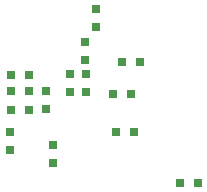
<source format=gbp>
G04*
G04 #@! TF.GenerationSoftware,Altium Limited,Altium Designer,20.0.2 (26)*
G04*
G04 Layer_Color=128*
%FSLAX24Y24*%
%MOIN*%
G70*
G01*
G75*
%ADD18R,0.0315X0.0299*%
%ADD20R,0.0299X0.0315*%
D18*
X21040Y13481D02*
D03*
Y14079D02*
D03*
X20680Y12381D02*
D03*
Y12979D02*
D03*
X20710Y11321D02*
D03*
Y11919D02*
D03*
X20180Y11321D02*
D03*
Y11919D02*
D03*
X19360Y11349D02*
D03*
Y10751D02*
D03*
X18160Y9401D02*
D03*
Y9999D02*
D03*
X19590Y9550D02*
D03*
Y8952D02*
D03*
D20*
X21911Y12310D02*
D03*
X22509D02*
D03*
X21711Y10000D02*
D03*
X22309D02*
D03*
X21591Y11270D02*
D03*
X22189D02*
D03*
X18799Y11900D02*
D03*
X18201D02*
D03*
Y11360D02*
D03*
X18799D02*
D03*
X18201Y10740D02*
D03*
X18799D02*
D03*
X23841Y8300D02*
D03*
X24439D02*
D03*
M02*

</source>
